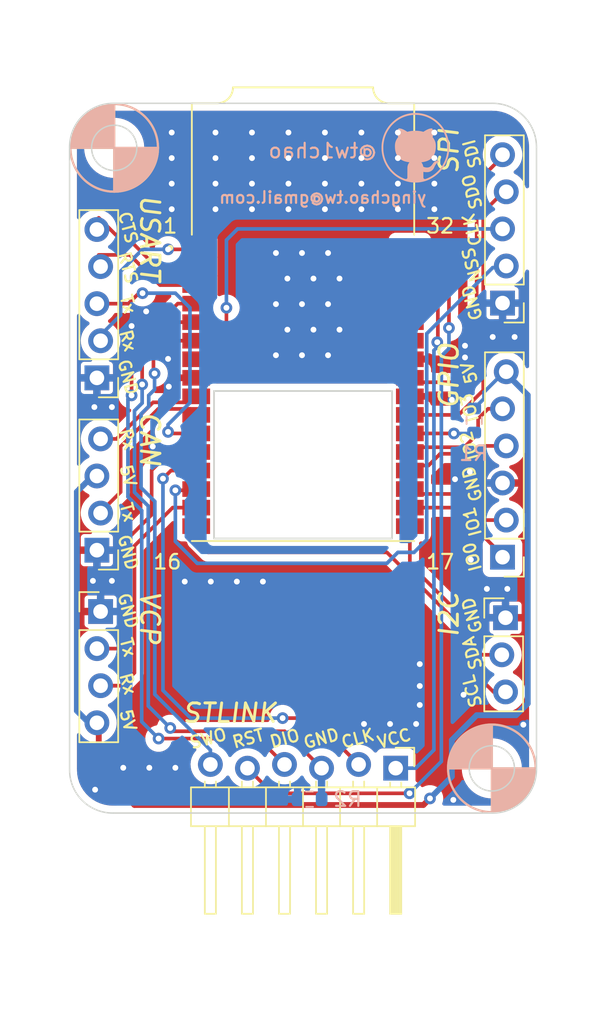
<source format=kicad_pcb>
(kicad_pcb (version 20211014) (generator pcbnew)
  (layers (0 "F.Cu" signal) (31 "B.Cu" signal) (34 "B.Paste" user) (35 "F.Paste" user) (36 "B.SilkS" user "B.Silkscreen") (37 "F.SilkS" user "F.Silkscreen") (38 "B.Mask" user) (39 "F.Mask" user) (44 "Edge.Cuts" user))
  (net 0 "")
  (net 1 "/I2C_SDA")
  (net 2 "/I2C_SCL")
  (net 3 "/UART_Rx")
  (net 4 "/UART_Tx")
  (net 5 "/UART_RTS")
  (net 6 "/UART_CTS")
  (net 7 "/VCP_Tx")
  (net 8 "/VCP_Rx")
  (net 9 "/5V")
  (net 10 "/SPI_NSS")
  (net 11 "/SPI_CLK")
  (net 12 "/SPI_MISO")
  (net 13 "/SPI_MOSI")
  (net 14 "/CAN_Tx")
  (net 15 "/CAN_Rx")
  (net 16 "/GPIO0")
  (net 17 "/GPIO1")
  (net 18 "/GPIO2")
  (net 19 "/GPIO3")
  (net 20 "/T_SWO")
  (net 21 "/T_NRST")
  (net 22 "/T_SWDIO")
  (net 23 "/T_GND")
  (net 24 "/T_SWCLK")
  (net 25 "/T_VCC")
  (net 26 "Net-(R1-Pad1)")
  (net 27 "GNDREF")
  (footprint "Connector_PinHeader_2.54mm:PinHeader_1x04_P2.54mm_Vertical" (layer "F.Cu") (at 72 94.8)
    (fp_text reference "J3")
    (fp_text value "Conn_01x04_Male")
    (pad "1" thru_hole rect (at 0.127 0) (size 1.7 1.7) (drill 1) (layers *.Cu *.Mask) (net 27 "GNDREF"))
    (pad "2" thru_hole oval (at -0.127 2.54) (size 1.7 1.7) (drill 1) (layers *.Cu *.Mask) (net 7 "/VCP_Tx"))
    (pad "3" thru_hole oval (at 0.127 5.08) (size 1.7 1.7) (drill 1) (layers *.Cu *.Mask) (net 8 "/VCP_Rx"))
    (pad "4" thru_hole oval (at -0.127 7.62) (size 1.7 1.7) (drill 1) (layers *.Cu *.Mask) (net 9 "/5V"))
  )
  (footprint "Connector_PinHeader_2.54mm:PinHeader_1x05_P2.54mm_Vertical" (layer "F.Cu") (at 99.8 73.68 180)
    (fp_text reference "J4")
    (fp_text value "Conn_01x05_Male")
    (pad "1" thru_hole rect (at 0.127 0 180) (size 1.7 1.7) (drill 1) (layers *.Cu *.Mask) (net 27 "GNDREF"))
    (pad "2" thru_hole oval (at -0.127 2.54 180) (size 1.7 1.7) (drill 1) (layers *.Cu *.Mask) (net 10 "/SPI_NSS"))
    (pad "3" thru_hole oval (at 0.127 5.08 180) (size 1.7 1.7) (drill 1) (layers *.Cu *.Mask) (net 11 "/SPI_CLK"))
    (pad "4" thru_hole oval (at -0.127 7.62 180) (size 1.7 1.7) (drill 1) (layers *.Cu *.Mask) (net 12 "/SPI_MISO"))
    (pad "5" thru_hole oval (at 0.127 10.16 180) (size 1.7 1.7) (drill 1) (layers *.Cu *.Mask) (net 13 "/SPI_MOSI"))
  )
  (footprint "STLINK-V3MODS:MODULE_STLINK-V3MODS" (layer "F.Cu") (at 86 60)
    (fp_text reference "U1")
    (fp_text value "STLINK-V3MODS")
    (fp_text user "32" (at 9.4 8.4 unlocked) (layer "F.SilkS"))
    (fp_text user "16" (at -9.3 31.4 unlocked) (layer "F.SilkS"))
    (fp_text user "1" (at -9.1 8.4 unlocked) (layer "F.SilkS"))
    (fp_text user "17" (at 9.4 31.4 unlocked) (layer "F.SilkS"))
    (fp_rect (start -6.1 19.7) (end 6.1 29.8) (layer "Edge.Cuts") (width 0.12) (fill none))
    (pad "1" smd rect locked (at -7.32003 9.906) (size 1.89992 1.0701) (layers "F.Cu" "F.Paste" "F.Mask") (net 3 "/UART_Rx"))
    (pad "2" smd rect locked (at -7.32003 11.176) (size 1.89992 1.0701) (layers "F.Cu" "F.Paste" "F.Mask") (net 6 "/UART_CTS"))
    (pad "3" smd rect locked (at -7.32003 12.446) (size 1.89992 1.0701) (layers "F.Cu" "F.Paste" "F.Mask") (net 5 "/UART_RTS"))
    (pad "4" smd rect locked (at -7.32003 13.716) (size 1.89992 1.0701) (layers "F.Cu" "F.Paste" "F.Mask") (net 22 "/T_SWDIO"))
    (pad "5" smd rect locked (at -7.32003 14.986) (size 1.89992 1.0701) (layers "F.Cu" "F.Paste" "F.Mask") (net 23 "/T_GND"))
    (pad "6" smd rect locked (at -7.32003 16.256) (size 1.89992 1.0701) (layers "F.Cu" "F.Paste" "F.Mask") (net 20 "/T_SWO"))
    (pad "7" smd rect locked (at -7.32003 17.526) (size 1.89992 1.0701) (layers "F.Cu" "F.Paste" "F.Mask") (net 11 "/SPI_CLK"))
    (pad "8" smd rect locked (at -7.32003 18.796) (size 1.89992 1.0701) (layers "F.Cu" "F.Paste" "F.Mask") (net 27 "GNDREF"))
    (pad "9" smd rect locked (at -7.32003 20.066) (size 1.89992 1.0701) (layers "F.Cu" "F.Paste" "F.Mask") (net 15 "/CAN_Rx"))
    (pad "10" smd rect locked (at -7.32003 21.336) (size 1.89992 1.0701) (layers "F.Cu" "F.Paste" "F.Mask") (net 14 "/CAN_Tx"))
    (pad "11" smd rect locked (at -7.32003 22.606) (size 1.89992 1.0701) (layers "F.Cu" "F.Paste" "F.Mask") (net 4 "/UART_Tx"))
    (pad "12" smd rect locked (at -7.32003 23.876) (size 1.89992 1.0701) (layers "F.Cu" "F.Paste" "F.Mask") (net 7 "/VCP_Tx"))
    (pad "13" smd rect locked (at -7.32003 25.146) (size 1.89992 1.0701) (layers "F.Cu" "F.Paste" "F.Mask") (net 24 "/T_SWCLK"))
    (pad "14" smd rect locked (at -7.32003 26.416) (size 1.89992 1.0701) (layers "F.Cu" "F.Paste" "F.Mask") (net 10 "/SPI_NSS"))
    (pad "15" smd rect locked (at -7.32003 27.686) (size 1.89992 1.0701) (layers "F.Cu" "F.Paste" "F.Mask") (net 8 "/VCP_Rx"))
    (pad "16" smd rect locked (at -7.32003 28.956) (size 1.89992 1.0701) (layers "F.Cu" "F.Paste" "F.Mask") (net 2 "/I2C_SCL"))
    (pad "17" smd rect locked (at 7.32003 28.956 180) (size 1.89992 1.0701) (layers "F.Cu" "F.Paste" "F.Mask") (net 1 "/I2C_SDA"))
    (pad "18" smd rect locked (at 7.32003 27.686 180) (size 1.89992 1.0701) (layers "F.Cu" "F.Paste" "F.Mask") (net 16 "/GPIO0"))
    (pad "19" smd rect locked (at 7.32003 26.416 180) (size 1.89992 1.0701) (layers "F.Cu" "F.Paste" "F.Mask") (net 17 "/GPIO1"))
    (pad "20" smd rect locked (at 7.32003 25.146 180) (size 1.89992 1.0701) (layers "F.Cu" "F.Paste" "F.Mask") (net 18 "/GPIO2"))
    (pad "21" smd rect locked (at 7.32003 23.876 180) (size 1.89992 1.0701) (layers "F.Cu" "F.Paste" "F.Mask") (net 19 "/GPIO3"))
    (pad "22" smd rect locked (at 7.32003 22.606 180) (size 1.89992 1.0701) (layers "F.Cu" "F.Paste" "F.Mask") (net 26 "Net-(R1-Pad1)"))
    (pad "23" smd rect locked (at 7.32003 21.336 180) (size 1.89992 1.0701) (layers "F.Cu" "F.Paste" "F.Mask") (net 12 "/SPI_MISO"))
    (pad "24" smd rect locked (at 7.32003 20.066 180) (size 1.89992 1.0701) (layers "F.Cu" "F.Paste" "F.Mask") (net 27 "GNDREF"))
    (pad "25" smd rect locked (at 7.32003 18.796 180) (size 1.89992 1.0701) (layers "F.Cu" "F.Paste" "F.Mask") (net 13 "/SPI_MOSI"))
    (pad "26" smd rect locked (at 7.32003 17.526 180) (size 1.89992 1.0701) (layers "F.Cu" "F.Paste" "F.Mask") (net 27 "GNDREF"))
    (pad "27" smd rect locked (at 7.32003 16.256 180) (size 1.89992 1.0701) (layers "F.Cu" "F.Paste" "F.Mask") (net 27 "GNDREF"))
    (pad "28" smd rect locked (at 7.32003 14.986 180) (size 1.89992 1.0701) (layers "F.Cu" "F.Paste" "F.Mask"))
    (pad "29" smd rect locked (at 7.32003 13.716 180) (size 1.89992 1.0701) (layers "F.Cu" "F.Paste" "F.Mask") (net 27 "GNDREF"))
    (pad "30" smd rect locked (at 7.32003 12.446 180) (size 1.89992 1.0701) (layers "F.Cu" "F.Paste" "F.Mask") (net 25 "/T_VCC"))
    (pad "31" smd rect locked (at 7.32003 11.176 180) (size 1.89992 1.0701) (layers "F.Cu" "F.Paste" "F.Mask") (net 21 "/T_NRST"))
    (pad "32" smd rect locked (at 7.32003 9.906 180) (size 1.89992 1.0701) (layers "F.Cu" "F.Paste" "F.Mask"))
  )
  (footprint "Connector_PinHeader_2.54mm:PinHeader_1x03_P2.54mm_Vertical" (layer "F.Cu") (at 99.75 95.225)
    (fp_text reference "J1")
    (fp_text value "Conn_01x03_Male")
    (pad "1" thru_hole rect (at 0.127 0) (size 1.7 1.7) (drill 1) (layers *.Cu *.Mask) (net 27 "GNDREF"))
    (pad "2" thru_hole oval (at -0.127 2.54) (size 1.7 1.7) (drill 1) (layers *.Cu *.Mask) (net 1 "/I2C_SDA"))
    (pad "3" thru_hole oval (at 0.127 5.08) (size 1.7 1.7) (drill 1) (layers *.Cu *.Mask) (net 2 "/I2C_SCL"))
  )
  (footprint "Connector_PinHeader_2.54mm:PinHeader_1x06_P2.54mm_Vertical" (layer "F.Cu") (at 99.8 91.08 180)
    (fp_text reference "J6")
    (fp_text value "Conn_01x06_Male")
    (pad "1" thru_hole rect (at 0.127 0 180) (size 1.7 1.7) (drill 1) (layers *.Cu *.Mask) (net 16 "/GPIO0"))
    (pad "2" thru_hole oval (at -0.127 2.54 180) (size 1.7 1.7) (drill 1) (layers *.Cu *.Mask) (net 17 "/GPIO1"))
    (pad "3" thru_hole oval (at 0.127 5.08 180) (size 1.7 1.7) (drill 1) (layers *.Cu *.Mask) (net 27 "GNDREF"))
    (pad "4" thru_hole oval (at -0.127 7.62 180) (size 1.7 1.7) (drill 1) (layers *.Cu *.Mask) (net 18 "/GPIO2"))
    (pad "5" thru_hole oval (at 0.127 10.16 180) (size 1.7 1.7) (drill 1) (layers *.Cu *.Mask) (net 19 "/GPIO3"))
    (pad "6" thru_hole oval (at -0.127 12.7 180) (size 1.7 1.7) (drill 1) (layers *.Cu *.Mask) (net 9 "/5V"))
  )
  (footprint "Connector_PinHeader_2.54mm:PinHeader_1x04_P2.54mm_Vertical" (layer "F.Cu") (at 72 90.6 180)
    (fp_text reference "J5")
    (fp_text value "Conn_01x04_Male")
    (pad "1" thru_hole rect (at 0.127 0 180) (size 1.7 1.7) (drill 1) (layers *.Cu *.Mask) (net 27 "GNDREF"))
    (pad "2" thru_hole oval (at -0.127 2.54 180) (size 1.7 1.7) (drill 1) (layers *.Cu *.Mask) (net 14 "/CAN_Tx"))
    (pad "3" thru_hole oval (at 0.127 5.08 180) (size 1.7 1.7) (drill 1) (layers *.Cu *.Mask) (net 9 "/5V"))
    (pad "4" thru_hole oval (at -0.127 7.62 180) (size 1.7 1.7) (drill 1) (layers *.Cu *.Mask) (net 15 "/CAN_Rx"))
  )
  (footprint "Connector_PinHeader_2.54mm:PinHeader_1x05_P2.54mm_Vertical" (layer "F.Cu") (at 72 78.8 180)
    (fp_text reference "J2")
    (fp_text value "Conn_01x05_Male")
    (pad "1" thru_hole rect (at 0.127 0 180) (size 1.7 1.7) (drill 1) (layers *.Cu *.Mask) (net 27 "GNDREF"))
    (pad "2" thru_hole oval (at -0.127 2.54 180) (size 1.7 1.7) (drill 1) (layers *.Cu *.Mask) (net 3 "/UART_Rx"))
    (pad "3" thru_hole oval (at 0.127 5.08 180) (size 1.7 1.7) (drill 1) (layers *.Cu *.Mask) (net 4 "/UART_Tx"))
    (pad "4" thru_hole oval (at -0.127 7.62 180) (size 1.7 1.7) (drill 1) (layers *.Cu *.Mask) (net 5 "/UART_RTS"))
    (pad "5" thru_hole oval (at 0.127 10.16 180) (size 1.7 1.7) (drill 1) (layers *.Cu *.Mask) (net 6 "/UART_CTS"))
  )
  (footprint "Connector_PinHeader_2.54mm:PinHeader_1x06_P2.54mm_Horizontal" (layer "F.Cu") (at 92.35 105.4 -90)
    (fp_text reference "J7")
    (fp_text value "Conn_01x06_Male")
    (pad "1" thru_hole rect (at 0.127 0 270) (size 1.7 1.7) (drill 1) (layers *.Cu *.Mask) (net 25 "/T_VCC"))
    (pad "2" thru_hole oval (at -0.127 2.54 270) (size 1.7 1.7) (drill 1) (layers *.Cu *.Mask) (net 24 "/T_SWCLK"))
    (pad "3" thru_hole oval (at 0.127 5.08 270) (size 1.7 1.7) (drill 1) (layers *.Cu *.Mask) (net 23 "/T_GND"))
    (pad "4" thru_hole oval (at -0.127 7.62 270) (size 1.7 1.7) (drill 1) (layers *.Cu *.Mask) (net 22 "/T_SWDIO"))
    (pad "5" thru_hole oval (at 0.127 10.16 270) (size 1.7 1.7) (drill 1) (layers *.Cu *.Mask) (net 21 "/T_NRST"))
    (pad "6" thru_hole oval (at -0.127 12.7 270) (size 1.7 1.7) (drill 1) (layers *.Cu *.Mask) (net 20 "/T_SWO"))
  )
  (footprint "Resistor_SMD:R_0603_1608Metric" (layer "B.Cu") (at 86.45 107.65 180)
    (fp_text reference "R2" (at -2.6 0) (layer "B.SilkS") (effects (justify mirror)))
    (fp_text value "0R/5%")
    (pad "1" smd roundrect (at -0.825 0 180) (size 0.8 0.95) (layers "B.Cu" "B.Paste" "B.Mask") (net 23 "/T_GND"))
    (pad "2" smd roundrect (at 0.825 0 180) (size 0.8 0.95) (layers "B.Cu" "B.Paste" "B.Mask") (net 27 "GNDREF"))
  )
  (footprint "Resistor_SMD:R_0603_1608Metric" (layer "B.Cu") (at 97.73 81.72 90)
    (fp_text reference "R1" (at -2.25 -0.05) (layer "B.SilkS") (effects (justify mirror)))
    (fp_text value "0R/5%")
    (pad "1" smd roundrect (at -0.825 0 90) (size 0.8 0.95) (layers "B.Cu" "B.Paste" "B.Mask") (net 26 "Net-(R1-Pad1)"))
    (pad "2" smd roundrect (at 0.825 0 90) (size 0.8 0.95) (layers "B.Cu" "B.Paste" "B.Mask") (net 9 "/5V"))
  )
  (footprint "STLINK-V3MODS:GITHUB LOGO" (layer "B.Cu") (at 93.7 63.1 180)
    (fp_text reference "G***" hide)
    (fp_text value "LOGO" hide)
  )
  (gr_poly (pts (xy 73.06 63.05) (xy 70.06 63.05) (xy 70.12 62.56) (xy 70.22 62.11) (xy 70.37 61.76) (xy 70.67 61.31) (xy 70.87 61.06) (xy 71.12 60.81) (xy 71.42 60.56) (xy 71.67 60.41) (xy 72.02 60.26) (xy 72.32 60.16) (xy 72.72 60.11) (xy 72.92 60.06) (xy 73.06 60.05)) (layer "B.SilkS") (width 0.15) (fill solid))
  (gr_poly (pts (xy 98.94 105.54) (xy 98.94 102.54) (xy 98.45 102.6) (xy 98 102.7) (xy 97.65 102.85) (xy 97.2 103.15) (xy 96.95 103.35) (xy 96.7 103.6) (xy 96.45 103.9) (xy 96.3 104.15) (xy 96.15 104.5) (xy 96.05 104.8) (xy 96 105.2) (xy 95.95 105.4) (xy 95.94 105.54)) (layer "B.SilkS") (width 0.15) (fill solid))
  (gr_circle (center 98.94 105.54) (end 101.94 105.54) (layer "B.SilkS") (width 0.15) (fill none))
  (gr_poly (pts (xy 98.94 105.54) (xy 98.94 108.54) (xy 99.43 108.48) (xy 99.88 108.38) (xy 100.23 108.23) (xy 100.68 107.93) (xy 100.93 107.73) (xy 101.18 107.48) (xy 101.43 107.18) (xy 101.58 106.93) (xy 101.73 106.58) (xy 101.83 106.28) (xy 101.88 105.88) (xy 101.93 105.68) (xy 101.94 105.54)) (layer "B.SilkS") (width 0.15) (fill solid))
  (gr_circle (center 73.06 63.05) (end 76.06 63.05) (layer "B.SilkS") (width 0.15) (fill none))
  (gr_poly (pts (xy 73.06 63.05) (xy 76.06 63.05) (xy 76 63.54) (xy 75.9 63.99) (xy 75.75 64.34) (xy 75.45 64.79) (xy 75.25 65.04) (xy 75 65.29) (xy 74.7 65.54) (xy 74.45 65.69) (xy 74.1 65.84) (xy 73.8 65.94) (xy 73.4 65.99) (xy 73.2 66.04) (xy 73.06 66.05)) (layer "B.SilkS") (width 0.15) (fill solid))
  (gr_poly (pts (xy 98.94 105.54) (xy 95.94 105.54) (xy 96 105.05) (xy 96.1 104.6) (xy 96.25 104.25) (xy 96.55 103.8) (xy 96.75 103.55) (xy 97 103.3) (xy 97.3 103.05) (xy 97.55 102.9) (xy 97.9 102.75) (xy 98.2 102.65) (xy 98.6 102.6) (xy 98.8 102.55) (xy 98.94 102.54)) (layer "F.SilkS") (width 0.15) (fill solid))
  (gr_circle (center 73.06 63.05) (end 76.06 63.05) (layer "F.SilkS") (width 0.15) (fill none))
  (gr_poly (pts (xy 73.06 63.05) (xy 76.06 63.05) (xy 76 63.54) (xy 75.9 63.99) (xy 75.75 64.34) (xy 75.45 64.79) (xy 75.25 65.04) (xy 75 65.29) (xy 74.7 65.54) (xy 74.45 65.69) (xy 74.1 65.84) (xy 73.8 65.94) (xy 73.4 65.99) (xy 73.2 66.04) (xy 73.06 66.05)) (layer "F.SilkS") (width 0.15) (fill solid))
  (gr_poly (pts (xy 73.06 63.05) (xy 70.06 63.05) (xy 70.12 62.56) (xy 70.22 62.11) (xy 70.37 61.76) (xy 70.67 61.31) (xy 70.87 61.06) (xy 71.12 60.81) (xy 71.42 60.56) (xy 71.67 60.41) (xy 72.02 60.26) (xy 72.32 60.16) (xy 72.72 60.11) (xy 72.92 60.06) (xy 73.06 60.05)) (layer "F.SilkS") (width 0.15) (fill solid))
  (gr_circle (center 98.94 105.54) (end 101.94 105.54) (layer "F.SilkS") (width 0.15) (fill none))
  (gr_poly (pts (xy 98.94 105.54) (xy 101.94 105.54) (xy 101.88 106.03) (xy 101.78 106.48) (xy 101.63 106.83) (xy 101.33 107.28) (xy 101.13 107.53) (xy 100.88 107.78) (xy 100.58 108.03) (xy 100.33 108.18) (xy 99.98 108.33) (xy 99.68 108.43) (xy 99.28 108.48) (xy 99.08 108.53) (xy 98.94 108.54)) (layer "F.SilkS") (width 0.15) (fill solid))
  (gr_arc (start 73 108.6) (mid 70.882056 107.752476) (end 70 105.64868) (layer "Edge.Cuts") (width 0.1))
  (gr_line (start 99 108.6) (end 73 108.6) (layer "Edge.Cuts") (width 0.1))
  (gr_line (start 102 63) (end 102 105.6) (layer "Edge.Cuts") (width 0.1))
  (gr_circle (center 73.06 63.05) (end 74.61 63.05) (layer "Edge.Cuts") (width 0.1) (fill none))
  (gr_circle (center 98.94 105.54) (end 100.49 105.54) (layer "Edge.Cuts") (width 0.1) (fill none))
  (gr_arc (start 70 63) (mid 70.879447 60.879447) (end 73 60) (layer "Edge.Cuts") (width 0.1))
  (gr_arc (start 102 105.6) (mid 101.121326 107.721326) (end 99 108.6) (layer "Edge.Cuts") (width 0.1))
  (gr_arc (start 99 60) (mid 101.12132 60.87868) (end 102 63) (layer "Edge.Cuts") (width 0.1))
  (gr_line (start 73 60) (end 99 60) (layer "Edge.Cuts") (width 0.1))
  (gr_line (start 70 105.64868) (end 70 63) (layer "Edge.Cuts") (width 0.1))
  (gr_text "yingchao.tw@gmail.com" (at 87.35 66.45) (layer "B.SilkS") (effects (font (size 0.8 0.8)) (justify mirror)))
  (gr_text "@tw1chao" (at 87.35 63.25) (layer "B.SilkS") (effects (font (size 1 1)) (justify mirror)))
  (gr_text "CLK" (at 89.75 103.5 15) (layer "F.SilkS") (effects (font (size 0.8 0.8))))
  (gr_text "CAN" (at 75.5 83 270) (layer "F.SilkS") (effects (font (size 1.27 1.27) (thickness 0.2) italic)))
  (gr_text "RST" (at 82.25 103.5 15) (layer "F.SilkS") (effects (font (size 0.8 0.8))))
  (gr_text "Rx" (at 74 99.75 285) (layer "F.SilkS") (effects (font (size 0.8 0.8))))
  (gr_text "SWO" (at 79.5 103.5 15) (layer "F.SilkS") (effects (font (size 0.8 0.8))))
  (gr_text "Tx" (at 74 88 285) (layer "F.SilkS") (effects (font (size 0.8 0.8))))
  (gr_text "RTS" (at 74 71.25 285) (layer "F.SilkS") (effects (font (size 0.8 0.8))))
  (gr_text "I2C" (at 96 95 90) (layer "F.SilkS") (effects (font (size 1.27 1.27) (thickness 0.2) italic)))
  (gr_text "GND" (at 97.6 95.05 105) (layer "F.SilkS") (effects (font (size 0.8 0.8))))
  (gr_text "SDA" (at 97.6 97.65 105) (layer "F.SilkS") (effects (font (size 0.8 0.8))))
  (gr_text "NSS" (at 97.6 71.05 105) (layer "F.SilkS") (effects (font (size 0.8 0.8))))
  (gr_text "CTS" (at 74 68.5 285) (layer "F.SilkS") (effects (font (size 0.8 0.8))))
  (gr_text "GPIO" (at 96 78.65 90) (layer "F.SilkS") (effects (font (size 1.27 1.27) (thickness 0.2) italic)))
  (gr_text "IO0" (at 97.6 91.05 105) (layer "F.SilkS") (effects (font (size 0.8 0.8))))
  (gr_text "SDI" (at 97.6 63.45 105) (layer "F.SilkS") (effects (font (size 0.8 0.8))))
  (gr_text "SCL" (at 97.6 100.25 105) (layer "F.SilkS") (effects (font (size 0.8 0.8))))
  (gr_text "GND" (at 87.25 103.5 15) (layer "F.SilkS") (effects (font (size 0.8 0.8))))
  (gr_text "Rx" (at 74 83 285) (layer "F.SilkS") (effects (font (size 0.8 0.8))))
  (gr_text "VCC" (at 92.25 103.5 15) (layer "F.SilkS") (effects (font (size 0.8 0.8))))
  (gr_text "IO1" (at 97.6 88.65 105) (layer "F.SilkS") (effects (font (size 0.8 0.8))))
  (gr_text "GND" (at 74 90.75 285) (layer "F.SilkS") (effects (font (size 0.8 0.8))))
  (gr_text "STLINK" (at 81 101.75) (layer "F.SilkS") (effects (font (size 1.27 1.27) (thickness 0.2) italic)))
  (gr_text "5V" (at 74 85.5 285) (layer "F.SilkS") (effects (font (size 0.8 0.8))))
  (gr_text "VCP" (at 75.5 95.25 270) (layer "F.SilkS") (effects (font (size 1.27 1.27) (thickness 0.2) italic)))
  (gr_text "CLK" (at 97.6 68.65 105) (layer "F.SilkS") (effects (font (size 0.8 0.8))))
  (gr_text "GND" (at 74 78.75 285) (layer "F.SilkS") (effects (font (size 0.8 0.8))))
  (gr_text "USART" (at 75.5 69.25 270) (layer "F.SilkS") (effects (font (size 1.27 1.27) (thickness 0.2) italic)))
  (gr_text "GND" (at 97.6 86.05 105) (layer "F.SilkS") (effects (font (size 0.8 0.8))))
  (gr_text "IO2" (at 97.4 83.45 105) (layer "F.SilkS") (effects (font (size 0.8 0.8))))
  (gr_text "GND" (at 97.6 73.65 105) (layer "F.SilkS") (effects (font (size 0.8 0.8))))
  (gr_text "Tx" (at 74 97.25 285) (layer "F.SilkS") (effects (font (size 0.8 0.8))))
  (gr_text "GND" (at 74 94.75 285) (layer "F.SilkS") (effects (font (size 0.8 0.8))))
  (gr_text "Tx" (at 74 73.75 285) (layer "F.SilkS") (effects (font (size 0.8 0.8))))
  (gr_text "DIO" (at 84.75 103.5 15) (layer "F.SilkS") (effects (font (size 0.8 0.8))))
  (gr_text "Rx" (at 74 76.25 285) (layer "F.SilkS") (effects (font (size 0.8 0.8))))
  (gr_text "SDO" (at 97.6 66.05 105) (layer "F.SilkS") (effects (font (size 0.8 0.8))))
  (gr_text "SPI" (at 96 63.25 90) (layer "F.SilkS") (effects (font (size 1.27 1.27) (thickness 0.2) italic)))
  (gr_text "5V" (at 97.4 78.45 105) (layer "F.SilkS") (effects (font (size 0.8 0.8))))
  (gr_text "5V" (at 74 102.25 285) (layer "F.SilkS") (effects (font (size 0.8 0.8))))
  (gr_text "IO3" (at 97.4 80.85 105) (layer "F.SilkS") (effects (font (size 0.8 0.8))))
  (segment (start 93.32003 88.956) (end 93.32003 91.57003) (width 0.25) (layer "F.Cu") (net 1))
  (segment (start 97.75 97.25) (end 98.265 97.765) (width 0.25) (layer "F.Cu") (net 1))
  (segment (start 98.265 97.765) (end 99.75 97.765) (width 0.25) (layer "F.Cu") (net 1))
  (segment (start 93.32003 91.57003) (end 97.75 96) (width 0.25) (layer "F.Cu") (net 1))
  (segment (start 97.75 96) (end 97.75 97.25) (width 0.25) (layer "F.Cu") (net 1))
  (segment (start 91.75 90.75) (end 97.25 96.25) (width 0.25) (layer "F.Cu") (net 2))
  (segment (start 98 98.25) (end 98 99.25) (width 0.25) (layer "F.Cu") (net 2))
  (segment (start 79.5 90.75) (end 91.75 90.75) (width 0.25) (layer "F.Cu") (net 2))
  (segment (start 98 99.25) (end 99.055 100.305) (width 0.25) (layer "F.Cu") (net 2))
  (segment (start 97.25 96.25) (end 97.25 97.5) (width 0.25) (layer "F.Cu") (net 2))
  (segment (start 78.67997 89.92997) (end 79.5 90.75) (width 0.25) (layer "F.Cu") (net 2))
  (segment (start 99.055 100.305) (end 99.75 100.305) (width 0.25) (layer "F.Cu") (net 2))
  (segment (start 78.67997 88.956) (end 78.67997 89.92997) (width 0.25) (layer "F.Cu") (net 2))
  (segment (start 97.25 97.5) (end 98 98.25) (width 0.25) (layer "F.Cu") (net 2))
  (segment (start 78.58597 70) (end 78.67997 69.906) (width 0.25) (layer "F.Cu") (net 3))
  (segment (start 76.75 70) (end 78.58597 70) (width 0.25) (layer "F.Cu") (net 3))
  (via (at 76.75 70) (size 0.8) (drill 0.4) (layers "F.Cu" "B.Cu") (net 3))
  (segment (start 76.75 70) (end 75 70) (width 0.25) (layer "B.Cu") (net 3))
  (segment (start 73.5 74.5) (end 72 76) (width 0.25) (layer "B.Cu") (net 3))
  (segment (start 72 76) (end 72 76.26) (width 0.25) (layer "B.Cu") (net 3))
  (segment (start 73.5 71.5) (end 73.5 74.5) (width 0.25) (layer "B.Cu") (net 3))
  (segment (start 75 70) (end 73.5 71.5) (width 0.25) (layer "B.Cu") (net 3))
  (segment (start 78.67997 82.606) (end 76.856 82.606) (width 0.25) (layer "F.Cu") (net 4))
  (segment (start 76.856 82.606) (end 76.75 82.5) (width 0.25) (layer "F.Cu") (net 4))
  (segment (start 74.75 73) (end 75 73) (width 0.25) (layer "F.Cu") (net 4))
  (segment (start 74.03 73.72) (end 74.75 73) (width 0.25) (layer "F.Cu") (net 4))
  (segment (start 72 73.72) (end 74.03 73.72) (width 0.25) (layer "F.Cu") (net 4))
  (via (at 76.75 82.5) (size 0.8) (drill 0.4) (layers "F.Cu" "B.Cu") (net 4))
  (via (at 75 73) (size 0.8) (drill 0.4) (layers "F.Cu" "B.Cu") (net 4))
  (segment (start 78.25 80.5) (end 76.75 82) (width 0.25) (layer "B.Cu") (net 4))
  (segment (start 78.25 74) (end 78.25 80.5) (width 0.25) (layer "B.Cu") (net 4))
  (segment (start 75 73) (end 77.25 73) (width 0.25) (layer "B.Cu") (net 4))
  (segment (start 77.25 73) (end 78.25 74) (width 0.25) (layer "B.Cu") (net 4))
  (segment (start 76.75 82) (end 76.75 82.5) (width 0.25) (layer "B.Cu") (net 4))
  (segment (start 72 70.38) (end 74.13 70.38) (width 0.25) (layer "F.Cu") (net 5))
  (segment (start 74.13 70.38) (end 76.196 72.446) (width 0.25) (layer "F.Cu") (net 5))
  (segment (start 76.196 72.446) (end 78.67997 72.446) (width 0.25) (layer "F.Cu") (net 5))
  (segment (start 72 67.84) (end 73.66 69.5) (width 0.25) (layer "F.Cu") (net 6))
  (segment (start 75.926 71.176) (end 78.67997 71.176) (width 0.25) (layer "F.Cu") (net 6))
  (segment (start 73.66 69.5) (end 74.25 69.5) (width 0.25) (layer "F.Cu") (net 6))
  (segment (start 74.25 69.5) (end 75.926 71.176) (width 0.25) (layer "F.Cu") (net 6))
  (segment (start 74 94.9) (end 74 95.74) (width 0.25) (layer "F.Cu") (net 7))
  (segment (start 74 95.74) (end 74 96) (width 0.25) (layer "F.Cu") (net 7))
  (segment (start 74 89.8) (end 74 94.9) (width 0.25) (layer "F.Cu") (net 7))
  (segment (start 74 94.9) (end 74 96.75) (width 0.25) (layer "F.Cu") (net 7))
  (segment (start 75.625 88.175) (end 74 89.8) (width 0.25) (layer "F.Cu") (net 7))
  (segment (start 74 96.75) (end 73.41 97.34) (width 0.25) (layer "F.Cu") (net 7))
  (segment (start 78.67997 83.876) (end 76.874 83.876) (width 0.25) (layer "F.Cu") (net 7))
  (segment (start 76.874 83.876) (end 75.625 85.125) (width 0.25) (layer "F.Cu") (net 7))
  (segment (start 74 95.74) (end 74 96.75) (width 0.25) (layer "F.Cu") (net 7))
  (segment (start 75.625 85.125) (end 75.625 88.175) (width 0.25) (layer "F.Cu") (net 7))
  (segment (start 73.41 97.34) (end 71.873 97.34) (width 0.25) (layer "F.Cu") (net 7))
  (segment (start 74.44952 90.30048) (end 77.064 87.686) (width 0.25) (layer "F.Cu") (net 8))
  (segment (start 73.56 99.88) (end 74.44952 98.99048) (width 0.25) (layer "F.Cu") (net 8))
  (segment (start 73.56 99.88) (end 73.42 99.88) (width 0.25) (layer "F.Cu") (net 8))
  (segment (start 73.42 99.88) (end 72 99.88) (width 0.25) (layer "F.Cu") (net 8))
  (segment (start 73.56 99.88) (end 72.127 99.88) (width 0.25) (layer "F.Cu") (net 8))
  (segment (start 77.064 87.686) (end 78.67997 87.686) (width 0.25) (layer "F.Cu") (net 8))
  (segment (start 73.42 99.88) (end 72.127 99.88) (width 0.25) (layer "F.Cu") (net 8))
  (segment (start 74.44952 98.99048) (end 74.44952 90.30048) (width 0.25) (layer "F.Cu") (net 8))
  (segment (start 72 105.6) (end 72 102.42) (width 0.4) (layer "F.Cu") (net 9))
  (segment (start 94.7 107.6) (end 94.250489 108.049511) (width 0.4) (layer "F.Cu") (net 9))
  (segment (start 74.449511 108.049511) (end 72 105.6) (width 0.4) (layer "F.Cu") (net 9))
  (segment (start 94.250489 108.049511) (end 74.449511 108.049511) (width 0.4) (layer "F.Cu") (net 9))
  (via (at 94.7 107.6) (size 0.8) (drill 0.4) (layers "F.Cu" "B.Cu") (net 9))
  (segment (start 99.8 78.38) (end 101.4 79.98) (width 0.4) (layer "B.Cu") (net 9))
  (segment (start 98.4 79.78) (end 98.4 80.225) (width 0.25) (layer "B.Cu") (net 9))
  (segment (start 101.4 79.98) (end 101.4 101.1) (width 0.4) (layer "B.Cu") (net 9))
  (segment (start 98.4 80.225) (end 97.73 80.895) (width 0.25) (layer "B.Cu") (net 9))
  (segment (start 99.8 78.38) (end 98.4 79.78) (width 0.25) (layer "B.Cu") (net 9))
  (segment (start 71.32 102.42) (end 70.5 101.6) (width 0.4) (layer "B.Cu") (net 9))
  (segment (start 96.2 106.1) (end 94.7 107.6) (width 0.4) (layer "B.Cu") (net 9))
  (segment (start 70.5 101.6) (end 70.5 86.6) (width 0.4) (layer "B.Cu") (net 9))
  (segment (start 97.9 101.9) (end 96.2 103.6) (width 0.4) (layer "B.Cu") (net 9))
  (segment (start 72 102.42) (end 71.32 102.42) (width 0.4) (layer "B.Cu") (net 9))
  (segment (start 70.5 86.6) (end 71.58 85.52) (width 0.4) (layer "B.Cu") (net 9))
  (segment (start 100.6 101.9) (end 97.9 101.9) (width 0.4) (layer "B.Cu") (net 9))
  (segment (start 96.2 103.6) (end 96.2 106.1) (width 0.4) (layer "B.Cu") (net 9))
  (segment (start 101.4 101.1) (end 100.6 101.9) (width 0.4) (layer "B.Cu") (net 9))
  (segment (start 71.58 85.52) (end 72 85.52) (width 0.4) (layer "B.Cu") (net 9))
  (segment (start 78.59597 86.5) (end 78.67997 86.416) (width 0.25) (layer "F.Cu") (net 10))
  (segment (start 77.25 86.5) (end 78.59597 86.5) (width 0.25) (layer "F.Cu") (net 10))
  (via (at 77.25 86.5) (size 0.8) (drill 0.4) (layers "F.Cu" "B.Cu") (net 10))
  (segment (start 94.475489 89.884511) (end 93.61 90.75) (width 0.25) (layer "B.Cu") (net 10))
  (segment (start 77.25 90) (end 77.25 86.5) (width 0.25) (layer "B.Cu") (net 10))
  (segment (start 94.475489 75.774511) (end 94.475489 89.884511) (width 0.25) (layer "B.Cu") (net 10))
  (segment (start 99.69 71.25) (end 99 71.25) (width 0.25) (layer "B.Cu") (net 10))
  (segment (start 78.75 91.5) (end 77.25 90) (width 0.25) (layer "B.Cu") (net 10))
  (segment (start 92.5 90.75) (end 91.75 91.5) (width 0.25) (layer "B.Cu") (net 10))
  (segment (start 93.61 90.75) (end 92.5 90.75) (width 0.25) (layer "B.Cu") (net 10))
  (segment (start 99.8 71.14) (end 99.69 71.25) (width 0.25) (layer "B.Cu") (net 10))
  (segment (start 91.75 91.5) (end 78.75 91.5) (width 0.25) (layer "B.Cu") (net 10))
  (segment (start 99 71.25) (end 94.475489 75.774511) (width 0.25) (layer "B.Cu") (net 10))
  (segment (start 80.75 76.75) (end 79.974 77.526) (width 0.25) (layer "F.Cu") (net 11))
  (segment (start 79.974 77.526) (end 78.67997 77.526) (width 0.25) (layer "F.Cu") (net 11))
  (segment (start 80.75 74) (end 80.75 76.75) (width 0.25) (layer "F.Cu") (net 11))
  (via (at 80.75 74) (size 0.8) (drill 0.4) (layers "F.Cu" "B.Cu") (net 11))
  (segment (start 81.514283 68.6) (end 99.8 68.6) (width 0.25) (layer "B.Cu") (net 11))
  (segment (start 80.75 69.364283) (end 81.514283 68.6) (width 0.25) (layer "B.Cu") (net 11))
  (segment (start 80.75 74) (end 80.75 69.364283) (width 0.25) (layer "B.Cu") (net 11))
  (segment (start 98.35 67.45) (end 98.35 79.65) (width 0.25) (layer "F.Cu") (net 12))
  (segment (start 99.74 66.06) (end 98.35 67.45) (width 0.25) (layer "F.Cu") (net 12))
  (segment (start 98.35 79.65) (end 96.664 81.336) (width 0.25) (layer "F.Cu") (net 12))
  (segment (start 96.664 81.336) (end 93.32003 81.336) (width 0.25) (layer "F.Cu") (net 12))
  (segment (start 99.8 66.06) (end 99.74 66.06) (width 0.25) (layer "F.Cu") (net 12))
  (segment (start 97 79.1) (end 97.90048 78.19952) (width 0.25) (layer "F.Cu") (net 13))
  (segment (start 93.32003 78.796) (end 93.496 78.796) (width 0.25) (layer "F.Cu") (net 13))
  (segment (start 97.90048 78.19952) (end 97.90048 65.41952) (width 0.25) (layer "F.Cu") (net 13))
  (segment (start 93.8 79.1) (end 97 79.1) (width 0.25) (layer "F.Cu") (net 13))
  (segment (start 93.496 78.796) (end 93.8 79.1) (width 0.25) (layer "F.Cu") (net 13))
  (segment (start 97.90048 65.41952) (end 99.8 63.52) (width 0.25) (layer "F.Cu") (net 13))
  (segment (start 73.5 86.614282) (end 73.5 83.5) (width 0.25) (layer "F.Cu") (net 14))
  (segment (start 72.127 87.987282) (end 73.5 86.614282) (width 0.25) (layer "F.Cu") (net 14))
  (segment (start 72.127 88.06) (end 72.127 87.987282) (width 0.25) (layer "F.Cu") (net 14))
  (segment (start 73.5 83.5) (end 76.074041 80.925959) (width 0.25) (layer "F.Cu") (net 14))
  (segment (start 78.269929 80.925959) (end 78.67997 81.336) (width 0.25) (layer "F.Cu") (net 14))
  (segment (start 76.074041 80.925959) (end 78.269929 80.925959) (width 0.25) (layer "F.Cu") (net 14))
  (segment (start 78.311561 80.476439) (end 75.723561 80.476439) (width 0.25) (layer "F.Cu") (net 15))
  (segment (start 73.22 82.98) (end 72 82.98) (width 0.25) (layer "F.Cu") (net 15))
  (segment (start 75.723561 80.476439) (end 73.22 82.98) (width 0.25) (layer "F.Cu") (net 15))
  (segment (start 78.67997 80.10803) (end 78.311561 80.476439) (width 0.25) (layer "F.Cu") (net 15))
  (segment (start 78.67997 80.066) (end 78.67997 80.10803) (width 0.25) (layer "F.Cu") (net 15))
  (segment (start 96.406 87.686) (end 99.8 91.08) (width 0.25) (layer "F.Cu") (net 16))
  (segment (start 93.32003 87.686) (end 96.406 87.686) (width 0.25) (layer "F.Cu") (net 16))
  (segment (start 96.55 86.75) (end 98.34 88.54) (width 0.25) (layer "F.Cu") (net 17))
  (segment (start 93.32003 86.416) (end 93.666 86.416) (width 0.25) (layer "F.Cu") (net 17))
  (segment (start 98.34 88.54) (end 99.8 88.54) (width 0.25) (layer "F.Cu") (net 17))
  (segment (start 94 86.75) (end 96.55 86.75) (width 0.25) (layer "F.Cu") (net 17))
  (segment (start 93.666 86.416) (end 94 86.75) (width 0.25) (layer "F.Cu") (net 17))
  (segment (start 98.54 83.46) (end 99.8 83.46) (width 0.25) (layer "F.Cu") (net 18))
  (segment (start 98.00048 83.99952) (end 98.54 83.46) (width 0.25) (layer "F.Cu") (net 18))
  (segment (start 95.40048 83.99952) (end 98.00048 83.99952) (width 0.25) (layer "F.Cu") (net 18))
  (segment (start 93.32003 85.146) (end 93.754 85.146) (width 0.25) (layer "F.Cu") (net 18))
  (segment (start 94.6 84.8) (end 95.40048 83.99952) (width 0.25) (layer "F.Cu") (net 18))
  (segment (start 93.754 85.146) (end 94.1 84.8) (width 0.25) (layer "F.Cu") (net 18))
  (segment (start 94.1 84.8) (end 94.6 84.8) (width 0.25) (layer "F.Cu") (net 18))
  (segment (start 93.824 83.876) (end 94.15 83.55) (width 0.25) (layer "F.Cu") (net 19))
  (segment (start 94.15 83.55) (end 97.05 83.55) (width 0.25) (layer "F.Cu") (net 19))
  (segment (start 98 82.6) (end 98 81.6) (width 0.25) (layer "F.Cu") (net 19))
  (segment (start 93.32003 83.876) (end 93.824 83.876) (width 0.25) (layer "F.Cu") (net 19))
  (segment (start 98 81.6) (end 98.68 80.92) (width 0.25) (layer "F.Cu") (net 19))
  (segment (start 98.68 80.92) (end 99.8 80.92) (width 0.25) (layer "F.Cu") (net 19))
  (segment (start 97.05 83.55) (end 98 82.6) (width 0.25) (layer "F.Cu") (net 19))
  (segment (start 76.14304 76.256) (end 78.67997 76.256) (width 0.25) (layer "F.Cu") (net 20))
  (segment (start 75.749011 78.424511) (end 75.749011 76.650029) (width 0.25) (layer "F.Cu") (net 20))
  (segment (start 75.8245 78.5) (end 75.749011 78.424511) (width 0.25) (layer "F.Cu") (net 20))
  (segment (start 75.749011 76.650029) (end 76.14304 76.256) (width 0.25) (layer "F.Cu") (net 20))
  (via (at 75.8245 78.5) (size 0.8) (drill 0.4) (layers "F.Cu" "B.Cu") (net 20))
  (segment (start 75.8245 79.59952) (end 75.42402 80) (width 0.25) (layer "B.Cu") (net 20))
  (segment (start 74.89904 81.275) (end 74.89904 86.32104) (width 0.25) (layer "B.Cu") (net 20))
  (segment (start 75.8245 78.5) (end 75.8245 79.59952) (width 0.25) (layer "B.Cu") (net 20))
  (segment (start 74.89904 86.32104) (end 75.842 87.264) (width 0.25) (layer "B.Cu") (net 20))
  (segment (start 75.842 87.264) (end 75.842 100.472) (width 0.25) (layer "B.Cu") (net 20))
  (segment (start 75.42402 80.75002) (end 74.89904 81.275) (width 0.25) (layer "B.Cu") (net 20))
  (segment (start 75.842 100.472) (end 79.65 104.28) (width 0.25) (layer "B.Cu") (net 20))
  (segment (start 79.65 104.28) (end 79.65 105.273) (width 0.25) (layer "B.Cu") (net 20))
  (segment (start 75.42402 80) (end 75.42402 80.75002) (width 0.25) (layer "B.Cu") (net 20))
  (segment (start 93.32003 71.176) (end 94.686 71.176) (width 0.25) (layer "F.Cu") (net 21))
  (segment (start 83.913 107.25) (end 93.3 107.25) (width 0.25) (layer "F.Cu") (net 21))
  (segment (start 96 72.49) (end 96 75.38) (width 0.25) (layer "F.Cu") (net 21))
  (segment (start 95.78 72.27) (end 96 72.49) (width 0.25) (layer "F.Cu") (net 21))
  (segment (start 94.686 71.176) (end 95.78 72.27) (width 0.25) (layer "F.Cu") (net 21))
  (segment (start 82.19 105.527) (end 83.913 107.25) (width 0.25) (layer "F.Cu") (net 21))
  (via (at 96 75.38) (size 0.8) (drill 0.4) (layers "F.Cu" "B.Cu") (net 21))
  (via (at 93.3 107.25) (size 0.8) (drill 0.4) (layers "F.Cu" "B.Cu") (net 21))
  (segment (start 95.805 76.985) (end 95.48 77.31) (width 0.25) (layer "B.Cu") (net 21))
  (segment (start 95.48 77.31) (end 95.48 105.07) (width 0.25) (layer "B.Cu") (net 21))
  (segment (start 95.48 105.07) (end 93.3 107.25) (width 0.25) (layer "B.Cu") (net 21))
  (segment (start 95.805 76.985) (end 95.649509 77.140491) (width 0.25) (layer "B.Cu") (net 21))
  (segment (start 96 75.38) (end 96 76.79) (width 0.25) (layer "B.Cu") (net 21))
  (segment (start 96 76.79) (end 95.805 76.985) (width 0.25) (layer "B.Cu") (net 21))
  (segment (start 77.411604 73.716) (end 78.67997 73.716) (width 0.25) (layer "F.Cu") (net 22))
  (segment (start 74.25 80) (end 74.25 78.35) (width 0.25) (layer "F.Cu") (net 22))
  (segment (start 74.25 78.35) (end 74.52498 78.07502) (width 0.25) (layer "F.Cu") (net 22))
  (segment (start 84.73 105.273) (end 82.957 103.5) (width 0.25) (layer "F.Cu") (net 22))
  (segment (start 74.52498 76.602624) (end 77.411604 73.716) (width 0.25) (layer "F.Cu") (net 22))
  (segment (start 74.52498 78.07502) (end 74.52498 76.602624) (width 0.25) (layer "F.Cu") (net 22))
  (segment (start 82.957 103.5) (end 76.1 103.5) (width 0.25) (layer "F.Cu") (net 22))
  (via (at 76.1 103.5) (size 0.8) (drill 0.4) (layers "F.Cu" "B.Cu") (net 22))
  (via (at 74.25 80) (size 0.8) (drill 0.4) (layers "F.Cu" "B.Cu") (net 22))
  (segment (start 74.25 80) (end 74 80.25) (width 0.25) (layer "B.Cu") (net 22))
  (segment (start 74 80.25) (end 74 86.946) (width 0.25) (layer "B.Cu") (net 22))
  (segment (start 74.94296 102.34296) (end 76.1 103.5) (width 0.25) (layer "B.Cu") (net 22))
  (segment (start 74.94296 87.88896) (end 74.94296 102.34296) (width 0.25) (layer "B.Cu") (net 22))
  (segment (start 74 86.946) (end 74.94296 87.88896) (width 0.25) (layer "B.Cu") (net 22))
  (segment (start 77.1245 103) (end 84.743 103) (width 0.25) (layer "F.Cu") (net 23))
  (segment (start 74.9745 76.788822) (end 76.777322 74.986) (width 0.25) (layer "F.Cu") (net 23))
  (segment (start 76.9 102.7755) (end 77.1245 103) (width 0.25) (layer "F.Cu") (net 23))
  (segment (start 84.743 103) (end 87.27 105.527) (width 0.25) (layer "F.Cu") (net 23))
  (segment (start 74.9745 79.25) (end 74.9745 76.788822) (width 0.25) (layer "F.Cu") (net 23))
  (segment (start 76.777322 74.986) (end 78.67997 74.986) (width 0.25) (layer "F.Cu") (net 23))
  (via (at 76.9 102.7755) (size 0.8) (drill 0.4) (layers "F.Cu" "B.Cu") (net 23))
  (via (at 74.9745 79.25) (size 0.8) (drill 0.4) (layers "F.Cu" "B.Cu") (net 23))
  (segment (start 75.39248 101.26798) (end 76.9 102.7755) (width 0.25) (layer "B.Cu") (net 23))
  (segment (start 74.9745 79.25) (end 74.9745 80.5255) (width 0.25) (layer "B.Cu") (net 23))
  (segment (start 75.39248 87.57648) (end 75.39248 101.26798) (width 0.25) (layer "B.Cu") (net 23))
  (segment (start 74.44952 86.63352) (end 75.39248 87.57648) (width 0.25) (layer "B.Cu") (net 23))
  (segment (start 87.27 105.4) (end 87.27 107.645) (width 0.508) (layer "B.Cu") (net 23))
  (segment (start 74.44952 81.05048) (end 74.44952 86.63352) (width 0.25) (layer "B.Cu") (net 23))
  (segment (start 74.9745 80.5255) (end 74.44952 81.05048) (width 0.25) (layer "B.Cu") (net 23))
  (segment (start 87.27 107.645) (end 87.275 107.65) (width 0.25) (layer "B.Cu") (net 23))
  (segment (start 87.037 102.5) (end 87.1435 102.6065) (width 0.25) (layer "F.Cu") (net 24))
  (segment (start 84.6 102.1) (end 86.637 102.1) (width 0.25) (layer "F.Cu") (net 24))
  (segment (start 88.3185 103.7815) (end 89.81 105.273) (width 0.25) (layer "F.Cu") (net 24))
  (segment (start 86.637 102.1) (end 89.81 105.273) (width 0.25) (layer "F.Cu") (net 24))
  (segment (start 87.1435 102.6065) (end 88.3185 103.7815) (width 0.25) (layer "F.Cu") (net 24))
  (segment (start 76.954 85.146) (end 76.4 85.7) (width 0.25) (layer "F.Cu") (net 24))
  (segment (start 78.67997 85.146) (end 76.954 85.146) (width 0.25) (layer "F.Cu") (net 24))
  (via (at 76.4 85.7) (size 0.8) (drill 0.4) (layers "F.Cu" "B.Cu") (net 24))
  (via (at 84.6 102.1) (size 0.8) (drill 0.4) (layers "F.Cu" "B.Cu") (net 24))
  (segment (start 78.3 102.1) (end 84.6 102.1) (width 0.25) (layer "B.Cu") (net 24))
  (segment (start 76.4 85.7) (end 76.4 100.2) (width 0.25) (layer "B.Cu") (net 24))
  (segment (start 76.4 100.2) (end 78.3 102.1) (width 0.25) (layer "B.Cu") (net 24))
  (segment (start 95.24 76.319989) (end 95.199989 76.36) (width 0.25) (layer "F.Cu") (net 25))
  (segment (start 95.24 73.04) (end 95.24 76.319989) (width 0.25) (layer "F.Cu") (net 25))
  (segment (start 93.32003 72.446) (end 94.646 72.446) (width 0.25) (layer "F.Cu") (net 25))
  (segment (start 94.646 72.446) (end 95.24 73.04) (width 0.25) (layer "F.Cu") (net 25))
  (via (at 95.199989 76.36) (size 0.8) (drill 0.4) (layers "F.Cu" "B.Cu") (net 25))
  (segment (start 95.199989 76.690011) (end 95.199989 76.36) (width 0.25) (layer "B.Cu") (net 25))
  (segment (start 92.35 105.527) (end 93.723 105.527) (width 0.25) (layer "B.Cu") (net 25))
  (segment (start 93.723 105.527) (end 94.97 104.28) (width 0.25) (layer "B.Cu") (net 25))
  (segment (start 94.97 76.92) (end 95.199989 76.690011) (width 0.25) (layer "B.Cu") (net 25))
  (segment (start 94.97 104.28) (end 94.97 76.92) (width 0.25) (layer "B.Cu") (net 25))
  (segment (start 96.34 82.61) (end 96.336 82.606) (width 0.25) (layer "F.Cu") (net 26))
  (segment (start 96.336 82.606) (end 93.32003 82.606) (width 0.25) (layer "F.Cu") (net 26))
  (via (at 96.34 82.61) (size 0.8) (drill 0.4) (layers "F.Cu" "B.Cu") (net 26))
  (segment (start 97.665 82.61) (end 97.73 82.545) (width 0.25) (layer "B.Cu") (net 26))
  (segment (start 96.34 82.61) (end 97.665 82.61) (width 0.25) (layer "B.Cu") (net 26))
  (via (at 81.464286 92.75) (size 0.6) (drill 0.4) (layers "F.Cu" "B.Cu") (net 27))
  (via (at 86.714286 75.5) (size 0.6) (drill 0.4) (layers "F.Cu" "B.Cu") (net 27))
  (via (at 76.75 77.5) (size 0.6) (drill 0.4) (layers "F.Cu" "B.Cu") (net 27))
  (via (at 73.678572 105.5) (size 0.6) (drill 0.4) (layers "F.Cu" "B.Cu") (net 27))
  (via (at 92.5 63.75) (size 0.6) (drill 0.4) (layers "F.Cu" "B.Cu") (net 27))
  (via (at 71.75 107) (size 0.6) (drill 0.4) (layers "F.Cu" "B.Cu") (net 27))
  (via (at 80 65.5) (size 0.6) (drill 0.4) (layers "F.Cu" "B.Cu") (net 27))
  (via (at 91.964286 102.5) (size 0.6) (drill 0.4) (layers "F.Cu" "B.Cu") (net 27))
  (via (at 98.6 93.25) (size 0.6) (drill 0.4) (layers "F.Cu" "B.Cu") (net 27))
  (via (at 85.928572 70.25) (size 0.6) (drill 0.4) (layers "F.Cu" "B.Cu") (net 27))
  (via (at 75.25 74.25) (size 0.6) (drill 0.4) (layers "F.Cu" "B.Cu") (net 27))
  (via (at 90 63.75) (size 0.6) (drill 0.4) (layers "F.Cu" "B.Cu") (net 27))
  (via (at 86.714286 72) (size 0.6) (drill 0.4) (layers "F.Cu" "B.Cu") (net 27))
  (via (at 80 67.25) (size 0.6) (drill 0.4) (layers "F.Cu" "B.Cu") (net 27))
  (via (at 82.5 67.25) (size 0.6) (drill 0.4) (layers "F.Cu" "B.Cu") (net 27))
  (via (at 77.25 105.5) (size 0.6) (drill 0.4) (layers "F.Cu" "B.Cu") (net 27))
  (via (at 87.5 63.75) (size 0.6) (drill 0.4) (layers "F.Cu" "B.Cu") (net 27))
  (via (at 85.928572 73.75) (size 0.6) (drill 0.4) (layers "F.Cu" "B.Cu") (net 27))
  (via (at 79.678572 92.75) (size 0.6) (drill 0.4) (layers "F.Cu" "B.Cu") (net 27))
  (via (at 80 63.75) (size 0.6) (drill 0.4) (layers "F.Cu" "B.Cu") (net 27))
  (via (at 95 65.5) (size 0.6) (drill 0.4) (layers "F.Cu" "B.Cu") (net 27))
  (via (at 87.714286 77.25) (size 0.6) (drill 0.4) (layers "F.Cu" "B.Cu") (net 27))
  (via (at 94 98.4) (size 0.6) (drill 0.4) (layers "F.Cu" "B.Cu") (net 27))
  (via (at 95 62) (size 0.6) (drill 0.4) (layers "F.Cu" "B.Cu") (net 27))
  (via (at 75.464286 105.5) (size 0.6) (drill 0.4) (layers "F.Cu" "B.Cu") (net 27))
  (via (at 85.928572 77.25) (size 0.6) (drill 0.4) (layers "F.Cu" "B.Cu") (net 27))
  (via (at 80 62) (size 0.6) (drill 0.4) (layers "F.Cu" "B.Cu") (net 27))
  (via (at 87.5 67.25) (size 0.6) (drill 0.4) (layers "F.Cu" "B.Cu") (net 27))
  (via (at 99 76) (size 0.6) (drill 0.4) (layers "F.Cu" "B.Cu") (net 27))
  (via (at 83.25 92.75) (size 0.6) (drill 0.4) (layers "F.Cu" "B.Cu") (net 27))
  (via (at 100 93.25) (size 0.6) (drill 0.4) (layers "F.Cu" "B.Cu") (net 27))
  (via (at 94 99.9) (size 0.6) (drill 0.4) (layers "F.Cu" "B.Cu") (net 27))
  (via (at 96.416 85.74) (size 0.6) (drill 0.4) (layers "F.Cu" "B.Cu") (net 27))
  (via (at 84.928572 75.5) (size 0.6) (drill 0.4) (layers "F.Cu" "B.Cu") (net 27))
  (via (at 97.1 77.4) (size 0.6) (drill 0.4) (layers "F.Cu" "B.Cu") (net 27))
  (via (at 88.5 75.5) (size 0.6) (drill 0.4) (layers "F.Cu" "B.Cu") (net 27))
  (via (at 77 63.75) (size 0.6) (drill 0.4) (layers "F.Cu" "B.Cu") (net 27))
  (via (at 87.5 65.5) (size 0.6) (drill 0.4) (layers "F.Cu" "B.Cu") (net 27))
  (via (at 95 67.25) (size 0.6) (drill 0.4) (layers "F.Cu" "B.Cu") (net 27))
  (via (at 87.714286 73.75) (size 0.6) (drill 0.4) (layers "F.Cu" "B.Cu") (net 27))
  (via (at 92.5 65.5) (size 0.6) (drill 0.4) (layers "F.Cu" "B.Cu") (net 27))
  (via (at 97.1 76.6) (size 0.6) (drill 0.4) (layers "F.Cu" "B.Cu") (net 27))
  (via (at 88.5 72) (size 0.6) (drill 0.4) (layers "F.Cu" "B.Cu") (net 27))
  (via (at 90 62) (size 0.6) (drill 0.4) (layers "F.Cu" "B.Cu") (net 27))
  (via (at 93.75 102.5) (size 0.6) (drill 0.4) (layers "F.Cu" "B.Cu") (net 27))
  (via (at 85 62) (size 0.6) (drill 0.4) (layers "F.Cu" "B.Cu") (net 27))
  (via (at 95 63.75) (size 0.6) (drill 0.4) (layers "F.Cu" "B.Cu") (net 27))
  (via (at 97.432 85.232) (size 0.6) (drill 0.4) (layers "F.Cu" "B.Cu") (net 27))
  (via (at 72.9 92.7) (size 0.6) (drill 0.4) (layers "F.Cu" "B.Cu") (net 27))
  (via (at 82.5 62) (size 0.6) (drill 0.4) (layers "F.Cu" "B.Cu") (net 27))
  (via (at 84.928572 72) (size 0.6) (drill 0.4) (layers "F.Cu" "B.Cu") (net 27))
  (via (at 90 65.5) (size 0.6) (drill 0.4) (layers "F.Cu" "B.Cu") (net 27))
  (via (at 71.6 92.7) (size 0.6) (drill 0.4) (layers "F.Cu" "B.Cu") (net 27))
  (via (at 101.1 102.55) (size 0.6) (drill 0.4) (layers "F.Cu" "B.Cu") (net 27))
  (via (at 92.5 62) (size 0.6) (drill 0.4) (layers "F.Cu" "B.Cu") (net 27))
  (via (at 85 65.5) (size 0.6) (drill 0.4) (layers "F.Cu" "B.Cu") (net 27))
  (via (at 97.5 91.25) (size 0.6) (drill 0.4) (layers "F.Cu" "B.Cu") (net 27))
  (via (at 87.714286 70.25) (size 0.6) (drill 0.4) (layers "F.Cu" "B.Cu") (net 27))
  (via (at 85 63.75) (size 0.6) (drill 0.4) (layers "F.Cu" "B.Cu") (net 27))
  (via (at 94 101.2) (size 0.6) (drill 0.4) (layers "F.Cu" "B.Cu") (net 27))
  (via (at 77 65.5) (size 0.6) (drill 0.4) (layers "F.Cu" "B.Cu") (net 27))
  (via (at 77 67.25) (size 0.6) (drill 0.4) (layers "F.Cu" "B.Cu") (net 27))
  (via (at 92.5 67.25) (size 0.6) (drill 0.4) (layers "F.Cu" "B.Cu") (net 27))
  (via (at 71.7 80.8) (size 0.6) (drill 0.4) (layers "F.Cu" "B.Cu") (net 27))
  (via (at 100.5 76) (size 0.6) (drill 0.4) (layers "F.Cu" "B.Cu") (net 27))
  (via (at 77 62) (size 0.6) (drill 0.4) (layers "F.Cu" "B.Cu") (net 27))
  (via (at 72.9 80.8) (size 0.6) (drill 0.4) (layers "F.Cu" "B.Cu") (net 27))
  (via (at 84.142858 73.75) (size 0.6) (drill 0.4) (layers "F.Cu" "B.Cu") (net 27))
  (via (at 96.3 107.7) (size 0.6) (drill 0.4) (layers "F.Cu" "B.Cu") (net 27))
  (via (at 75.7 83.5) (size 0.6) (drill 0.4) (layers "F.Cu" "B.Cu") (net 27))
  (via (at 85 67.25) (size 0.6) (drill 0.4) (layers "F.Cu" "B.Cu") (net 27))
  (via (at 74.25 75.25) (size 0.6) (drill 0.4) (layers "F.Cu" "B.Cu") (net 27))
  (via (at 76.8 79.4) (size 0.6) (drill 0.4) (layers "F.Cu" "B.Cu") (net 27))
  (via (at 77.892858 92.75) (size 0.6) (drill 0.4) (layers "F.Cu" "B.Cu") (net 27))
  (via (at 90 67.25) (size 0.6) (drill 0.4) (layers "F.Cu" "B.Cu") (net 27))
  (via (at 96.2 80.3) (size 0.6) (drill 0.4) (layers "F.Cu" "B.Cu") (net 27))
  (via (at 84.142858 70.25) (size 0.6) (drill 0.4) (layers "F.Cu" "B.Cu") (net 27))
  (via (at 97 100.5) (size 0.6) (drill 0.4) (layers "F.Cu" "B.Cu") (net 27))
  (via (at 90.178572 102.5) (size 0.6) (drill 0.4) (layers "F.Cu" "B.Cu") (net 27))
  (via (at 87.5 62) (size 0.6) (drill 0.4) (layers "F.Cu" "B.Cu") (net 27))
  (via (at 84.142858 77.25) (size 0.6) (drill 0.4) (layers "F.Cu" "B.Cu") (net 27))
  (via (at 82.5 63.75) (size 0.6) (drill 0.4) (layers "F.Cu" "B.Cu") (net 27))
  (via (at 82.5 65.5) (size 0.6) (drill 0.4) (layers "F.Cu" "B.Cu") (net 27))
  (zone (net 27) (net_name "GNDREF") (layers F&B.Cu) (name "GND") (connect_pads (clearance 0.508)) (min_thickness 0.254) (fill yes (thermal_gap 0.254) (thermal_bridge_width 0.508) (smoothing chamfer))
    (polygon (pts (xy 102.8 109.3) (xy 69.2 109.3) (xy 69.2 59.2) (xy 102.8 59.2)))
  )
)
</source>
